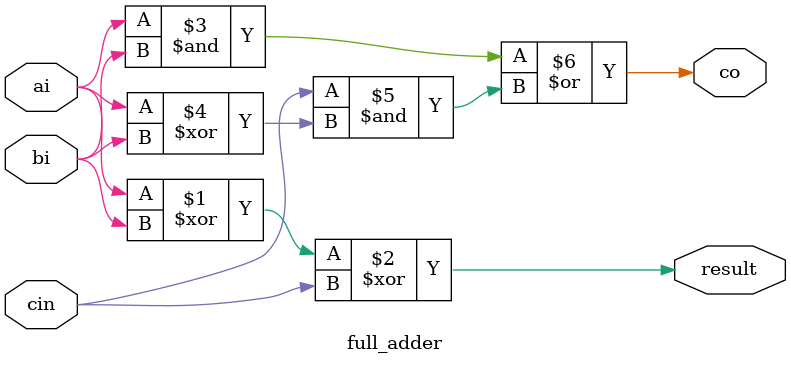
<source format=v>
module full_adder (ai,bi,cin,result,co);
	input 	    	        ai;
	input 	    	        bi;
	input 	        	    cin;
	output	        		result;
	output	        		co;
	
	assign result = ai ^ bi ^ cin;
    assign co = (ai & bi) | (cin & (ai ^ bi));
	
endmodule
</source>
